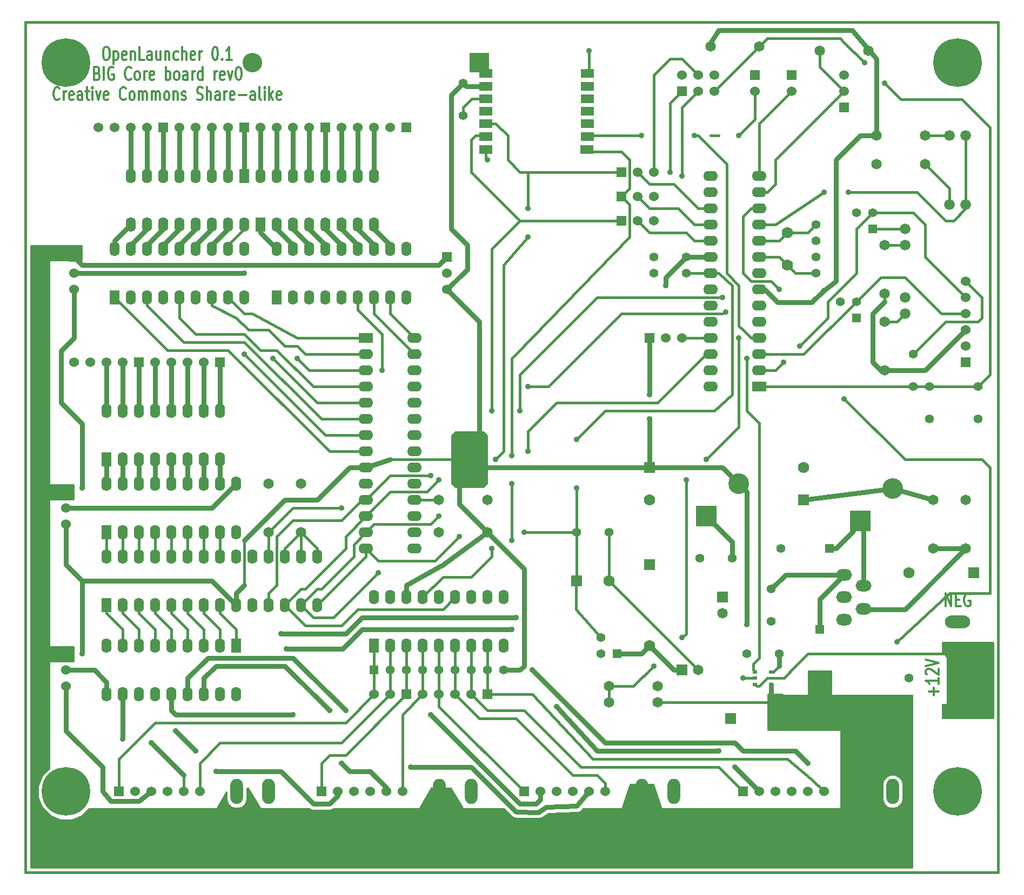
<source format=gtl>
G04 (created by PCBNEW-RS274X (2011-05-25)-stable) date Tue 12 Jun 2012 12:29:23 AM MDT*
G01*
G70*
G90*
%MOIN*%
G04 Gerber Fmt 3.4, Leading zero omitted, Abs format*
%FSLAX34Y34*%
G04 APERTURE LIST*
%ADD10C,0.006000*%
%ADD11C,0.015000*%
%ADD12C,0.012000*%
%ADD13R,0.060000X0.060000*%
%ADD14C,0.060000*%
%ADD15C,0.066000*%
%ADD16O,0.090000X0.062000*%
%ADD17R,0.090000X0.062000*%
%ADD18O,0.062000X0.090000*%
%ADD19R,0.062000X0.090000*%
%ADD20C,0.070000*%
%ADD21R,0.070000X0.070000*%
%ADD22R,0.055000X0.055000*%
%ADD23C,0.055000*%
%ADD24R,0.078700X0.055100*%
%ADD25O,0.156000X0.078000*%
%ADD26R,0.065000X0.065000*%
%ADD27C,0.065000*%
%ADD28R,0.030000X0.020000*%
%ADD29R,0.120000X0.120000*%
%ADD30C,0.120000*%
%ADD31O,0.078000X0.156000*%
%ADD32O,0.098400X0.070900*%
%ADD33C,0.300000*%
%ADD34R,0.127600X0.127600*%
%ADD35C,0.127600*%
%ADD36C,0.035000*%
%ADD37C,0.015800*%
%ADD38C,0.030000*%
%ADD39C,0.010000*%
G04 APERTURE END LIST*
G54D10*
G54D11*
X28250Y-64750D02*
X28250Y-62500D01*
X88250Y-64750D02*
X88250Y-62500D01*
G54D12*
X85007Y-48324D02*
X85007Y-47524D01*
X85350Y-48324D01*
X85350Y-47524D01*
X85636Y-47905D02*
X85836Y-47905D01*
X85922Y-48324D02*
X85636Y-48324D01*
X85636Y-47524D01*
X85922Y-47524D01*
X86493Y-47562D02*
X86436Y-47524D01*
X86350Y-47524D01*
X86265Y-47562D01*
X86207Y-47638D01*
X86179Y-47714D01*
X86150Y-47867D01*
X86150Y-47981D01*
X86179Y-48133D01*
X86207Y-48210D01*
X86265Y-48286D01*
X86350Y-48324D01*
X86407Y-48324D01*
X86493Y-48286D01*
X86522Y-48248D01*
X86522Y-47981D01*
X86407Y-47981D01*
X84269Y-53806D02*
X84269Y-53349D01*
X84574Y-53578D02*
X83964Y-53578D01*
X84574Y-52749D02*
X84574Y-53092D01*
X84574Y-52920D02*
X83774Y-52920D01*
X83888Y-52977D01*
X83964Y-53035D01*
X84002Y-53092D01*
X83850Y-52521D02*
X83812Y-52492D01*
X83774Y-52435D01*
X83774Y-52292D01*
X83812Y-52235D01*
X83850Y-52206D01*
X83926Y-52178D01*
X84002Y-52178D01*
X84117Y-52206D01*
X84574Y-52549D01*
X84574Y-52178D01*
X83774Y-52007D02*
X84574Y-51807D01*
X83774Y-51607D01*
G54D11*
X88250Y-61250D02*
X88250Y-62500D01*
X28250Y-62500D02*
X28250Y-60750D01*
G54D12*
X33172Y-13774D02*
X33286Y-13774D01*
X33344Y-13812D01*
X33401Y-13888D01*
X33429Y-14040D01*
X33429Y-14307D01*
X33401Y-14460D01*
X33344Y-14536D01*
X33286Y-14574D01*
X33172Y-14574D01*
X33115Y-14536D01*
X33058Y-14460D01*
X33029Y-14307D01*
X33029Y-14040D01*
X33058Y-13888D01*
X33115Y-13812D01*
X33172Y-13774D01*
X33687Y-14040D02*
X33687Y-14840D01*
X33687Y-14079D02*
X33744Y-14040D01*
X33858Y-14040D01*
X33915Y-14079D01*
X33944Y-14117D01*
X33973Y-14193D01*
X33973Y-14421D01*
X33944Y-14498D01*
X33915Y-14536D01*
X33858Y-14574D01*
X33744Y-14574D01*
X33687Y-14536D01*
X34458Y-14536D02*
X34401Y-14574D01*
X34287Y-14574D01*
X34230Y-14536D01*
X34201Y-14460D01*
X34201Y-14155D01*
X34230Y-14079D01*
X34287Y-14040D01*
X34401Y-14040D01*
X34458Y-14079D01*
X34487Y-14155D01*
X34487Y-14231D01*
X34201Y-14307D01*
X34744Y-14040D02*
X34744Y-14574D01*
X34744Y-14117D02*
X34772Y-14079D01*
X34830Y-14040D01*
X34915Y-14040D01*
X34972Y-14079D01*
X35001Y-14155D01*
X35001Y-14574D01*
X35573Y-14574D02*
X35287Y-14574D01*
X35287Y-13774D01*
X36030Y-14574D02*
X36030Y-14155D01*
X36001Y-14079D01*
X35944Y-14040D01*
X35830Y-14040D01*
X35773Y-14079D01*
X36030Y-14536D02*
X35973Y-14574D01*
X35830Y-14574D01*
X35773Y-14536D01*
X35744Y-14460D01*
X35744Y-14383D01*
X35773Y-14307D01*
X35830Y-14269D01*
X35973Y-14269D01*
X36030Y-14231D01*
X36573Y-14040D02*
X36573Y-14574D01*
X36316Y-14040D02*
X36316Y-14460D01*
X36344Y-14536D01*
X36402Y-14574D01*
X36487Y-14574D01*
X36544Y-14536D01*
X36573Y-14498D01*
X36859Y-14040D02*
X36859Y-14574D01*
X36859Y-14117D02*
X36887Y-14079D01*
X36945Y-14040D01*
X37030Y-14040D01*
X37087Y-14079D01*
X37116Y-14155D01*
X37116Y-14574D01*
X37659Y-14536D02*
X37602Y-14574D01*
X37488Y-14574D01*
X37430Y-14536D01*
X37402Y-14498D01*
X37373Y-14421D01*
X37373Y-14193D01*
X37402Y-14117D01*
X37430Y-14079D01*
X37488Y-14040D01*
X37602Y-14040D01*
X37659Y-14079D01*
X37916Y-14574D02*
X37916Y-13774D01*
X38173Y-14574D02*
X38173Y-14155D01*
X38144Y-14079D01*
X38087Y-14040D01*
X38002Y-14040D01*
X37944Y-14079D01*
X37916Y-14117D01*
X38687Y-14536D02*
X38630Y-14574D01*
X38516Y-14574D01*
X38459Y-14536D01*
X38430Y-14460D01*
X38430Y-14155D01*
X38459Y-14079D01*
X38516Y-14040D01*
X38630Y-14040D01*
X38687Y-14079D01*
X38716Y-14155D01*
X38716Y-14231D01*
X38430Y-14307D01*
X38973Y-14574D02*
X38973Y-14040D01*
X38973Y-14193D02*
X39001Y-14117D01*
X39030Y-14079D01*
X39087Y-14040D01*
X39144Y-14040D01*
X39915Y-13774D02*
X39972Y-13774D01*
X40029Y-13812D01*
X40058Y-13850D01*
X40087Y-13926D01*
X40115Y-14079D01*
X40115Y-14269D01*
X40087Y-14421D01*
X40058Y-14498D01*
X40029Y-14536D01*
X39972Y-14574D01*
X39915Y-14574D01*
X39858Y-14536D01*
X39829Y-14498D01*
X39801Y-14421D01*
X39772Y-14269D01*
X39772Y-14079D01*
X39801Y-13926D01*
X39829Y-13850D01*
X39858Y-13812D01*
X39915Y-13774D01*
X40372Y-14498D02*
X40400Y-14536D01*
X40372Y-14574D01*
X40343Y-14536D01*
X40372Y-14498D01*
X40372Y-14574D01*
X40972Y-14574D02*
X40629Y-14574D01*
X40801Y-14574D02*
X40801Y-13774D01*
X40744Y-13888D01*
X40686Y-13964D01*
X40629Y-14002D01*
X32673Y-15395D02*
X32759Y-15433D01*
X32787Y-15471D01*
X32816Y-15547D01*
X32816Y-15661D01*
X32787Y-15738D01*
X32759Y-15776D01*
X32701Y-15814D01*
X32473Y-15814D01*
X32473Y-15014D01*
X32673Y-15014D01*
X32730Y-15052D01*
X32759Y-15090D01*
X32787Y-15166D01*
X32787Y-15242D01*
X32759Y-15319D01*
X32730Y-15357D01*
X32673Y-15395D01*
X32473Y-15395D01*
X33073Y-15814D02*
X33073Y-15014D01*
X33673Y-15052D02*
X33616Y-15014D01*
X33530Y-15014D01*
X33445Y-15052D01*
X33387Y-15128D01*
X33359Y-15204D01*
X33330Y-15357D01*
X33330Y-15471D01*
X33359Y-15623D01*
X33387Y-15700D01*
X33445Y-15776D01*
X33530Y-15814D01*
X33587Y-15814D01*
X33673Y-15776D01*
X33702Y-15738D01*
X33702Y-15471D01*
X33587Y-15471D01*
X34759Y-15738D02*
X34730Y-15776D01*
X34644Y-15814D01*
X34587Y-15814D01*
X34502Y-15776D01*
X34444Y-15700D01*
X34416Y-15623D01*
X34387Y-15471D01*
X34387Y-15357D01*
X34416Y-15204D01*
X34444Y-15128D01*
X34502Y-15052D01*
X34587Y-15014D01*
X34644Y-15014D01*
X34730Y-15052D01*
X34759Y-15090D01*
X35102Y-15814D02*
X35044Y-15776D01*
X35016Y-15738D01*
X34987Y-15661D01*
X34987Y-15433D01*
X35016Y-15357D01*
X35044Y-15319D01*
X35102Y-15280D01*
X35187Y-15280D01*
X35244Y-15319D01*
X35273Y-15357D01*
X35302Y-15433D01*
X35302Y-15661D01*
X35273Y-15738D01*
X35244Y-15776D01*
X35187Y-15814D01*
X35102Y-15814D01*
X35559Y-15814D02*
X35559Y-15280D01*
X35559Y-15433D02*
X35587Y-15357D01*
X35616Y-15319D01*
X35673Y-15280D01*
X35730Y-15280D01*
X36158Y-15776D02*
X36101Y-15814D01*
X35987Y-15814D01*
X35930Y-15776D01*
X35901Y-15700D01*
X35901Y-15395D01*
X35930Y-15319D01*
X35987Y-15280D01*
X36101Y-15280D01*
X36158Y-15319D01*
X36187Y-15395D01*
X36187Y-15471D01*
X35901Y-15547D01*
X36901Y-15814D02*
X36901Y-15014D01*
X36901Y-15319D02*
X36958Y-15280D01*
X37072Y-15280D01*
X37129Y-15319D01*
X37158Y-15357D01*
X37187Y-15433D01*
X37187Y-15661D01*
X37158Y-15738D01*
X37129Y-15776D01*
X37072Y-15814D01*
X36958Y-15814D01*
X36901Y-15776D01*
X37530Y-15814D02*
X37472Y-15776D01*
X37444Y-15738D01*
X37415Y-15661D01*
X37415Y-15433D01*
X37444Y-15357D01*
X37472Y-15319D01*
X37530Y-15280D01*
X37615Y-15280D01*
X37672Y-15319D01*
X37701Y-15357D01*
X37730Y-15433D01*
X37730Y-15661D01*
X37701Y-15738D01*
X37672Y-15776D01*
X37615Y-15814D01*
X37530Y-15814D01*
X38244Y-15814D02*
X38244Y-15395D01*
X38215Y-15319D01*
X38158Y-15280D01*
X38044Y-15280D01*
X37987Y-15319D01*
X38244Y-15776D02*
X38187Y-15814D01*
X38044Y-15814D01*
X37987Y-15776D01*
X37958Y-15700D01*
X37958Y-15623D01*
X37987Y-15547D01*
X38044Y-15509D01*
X38187Y-15509D01*
X38244Y-15471D01*
X38530Y-15814D02*
X38530Y-15280D01*
X38530Y-15433D02*
X38558Y-15357D01*
X38587Y-15319D01*
X38644Y-15280D01*
X38701Y-15280D01*
X39158Y-15814D02*
X39158Y-15014D01*
X39158Y-15776D02*
X39101Y-15814D01*
X38987Y-15814D01*
X38929Y-15776D01*
X38901Y-15738D01*
X38872Y-15661D01*
X38872Y-15433D01*
X38901Y-15357D01*
X38929Y-15319D01*
X38987Y-15280D01*
X39101Y-15280D01*
X39158Y-15319D01*
X39901Y-15814D02*
X39901Y-15280D01*
X39901Y-15433D02*
X39929Y-15357D01*
X39958Y-15319D01*
X40015Y-15280D01*
X40072Y-15280D01*
X40500Y-15776D02*
X40443Y-15814D01*
X40329Y-15814D01*
X40272Y-15776D01*
X40243Y-15700D01*
X40243Y-15395D01*
X40272Y-15319D01*
X40329Y-15280D01*
X40443Y-15280D01*
X40500Y-15319D01*
X40529Y-15395D01*
X40529Y-15471D01*
X40243Y-15547D01*
X40729Y-15280D02*
X40872Y-15814D01*
X41014Y-15280D01*
X41357Y-15014D02*
X41414Y-15014D01*
X41471Y-15052D01*
X41500Y-15090D01*
X41529Y-15166D01*
X41557Y-15319D01*
X41557Y-15509D01*
X41529Y-15661D01*
X41500Y-15738D01*
X41471Y-15776D01*
X41414Y-15814D01*
X41357Y-15814D01*
X41300Y-15776D01*
X41271Y-15738D01*
X41243Y-15661D01*
X41214Y-15509D01*
X41214Y-15319D01*
X41243Y-15166D01*
X41271Y-15090D01*
X41300Y-15052D01*
X41357Y-15014D01*
X30344Y-16978D02*
X30315Y-17016D01*
X30229Y-17054D01*
X30172Y-17054D01*
X30087Y-17016D01*
X30029Y-16940D01*
X30001Y-16863D01*
X29972Y-16711D01*
X29972Y-16597D01*
X30001Y-16444D01*
X30029Y-16368D01*
X30087Y-16292D01*
X30172Y-16254D01*
X30229Y-16254D01*
X30315Y-16292D01*
X30344Y-16330D01*
X30601Y-17054D02*
X30601Y-16520D01*
X30601Y-16673D02*
X30629Y-16597D01*
X30658Y-16559D01*
X30715Y-16520D01*
X30772Y-16520D01*
X31200Y-17016D02*
X31143Y-17054D01*
X31029Y-17054D01*
X30972Y-17016D01*
X30943Y-16940D01*
X30943Y-16635D01*
X30972Y-16559D01*
X31029Y-16520D01*
X31143Y-16520D01*
X31200Y-16559D01*
X31229Y-16635D01*
X31229Y-16711D01*
X30943Y-16787D01*
X31743Y-17054D02*
X31743Y-16635D01*
X31714Y-16559D01*
X31657Y-16520D01*
X31543Y-16520D01*
X31486Y-16559D01*
X31743Y-17016D02*
X31686Y-17054D01*
X31543Y-17054D01*
X31486Y-17016D01*
X31457Y-16940D01*
X31457Y-16863D01*
X31486Y-16787D01*
X31543Y-16749D01*
X31686Y-16749D01*
X31743Y-16711D01*
X31943Y-16520D02*
X32172Y-16520D01*
X32029Y-16254D02*
X32029Y-16940D01*
X32057Y-17016D01*
X32115Y-17054D01*
X32172Y-17054D01*
X32372Y-17054D02*
X32372Y-16520D01*
X32372Y-16254D02*
X32343Y-16292D01*
X32372Y-16330D01*
X32400Y-16292D01*
X32372Y-16254D01*
X32372Y-16330D01*
X32601Y-16520D02*
X32744Y-17054D01*
X32886Y-16520D01*
X33343Y-17016D02*
X33286Y-17054D01*
X33172Y-17054D01*
X33115Y-17016D01*
X33086Y-16940D01*
X33086Y-16635D01*
X33115Y-16559D01*
X33172Y-16520D01*
X33286Y-16520D01*
X33343Y-16559D01*
X33372Y-16635D01*
X33372Y-16711D01*
X33086Y-16787D01*
X34429Y-16978D02*
X34400Y-17016D01*
X34314Y-17054D01*
X34257Y-17054D01*
X34172Y-17016D01*
X34114Y-16940D01*
X34086Y-16863D01*
X34057Y-16711D01*
X34057Y-16597D01*
X34086Y-16444D01*
X34114Y-16368D01*
X34172Y-16292D01*
X34257Y-16254D01*
X34314Y-16254D01*
X34400Y-16292D01*
X34429Y-16330D01*
X34772Y-17054D02*
X34714Y-17016D01*
X34686Y-16978D01*
X34657Y-16901D01*
X34657Y-16673D01*
X34686Y-16597D01*
X34714Y-16559D01*
X34772Y-16520D01*
X34857Y-16520D01*
X34914Y-16559D01*
X34943Y-16597D01*
X34972Y-16673D01*
X34972Y-16901D01*
X34943Y-16978D01*
X34914Y-17016D01*
X34857Y-17054D01*
X34772Y-17054D01*
X35229Y-17054D02*
X35229Y-16520D01*
X35229Y-16597D02*
X35257Y-16559D01*
X35315Y-16520D01*
X35400Y-16520D01*
X35457Y-16559D01*
X35486Y-16635D01*
X35486Y-17054D01*
X35486Y-16635D02*
X35515Y-16559D01*
X35572Y-16520D01*
X35657Y-16520D01*
X35715Y-16559D01*
X35743Y-16635D01*
X35743Y-17054D01*
X36029Y-17054D02*
X36029Y-16520D01*
X36029Y-16597D02*
X36057Y-16559D01*
X36115Y-16520D01*
X36200Y-16520D01*
X36257Y-16559D01*
X36286Y-16635D01*
X36286Y-17054D01*
X36286Y-16635D02*
X36315Y-16559D01*
X36372Y-16520D01*
X36457Y-16520D01*
X36515Y-16559D01*
X36543Y-16635D01*
X36543Y-17054D01*
X36915Y-17054D02*
X36857Y-17016D01*
X36829Y-16978D01*
X36800Y-16901D01*
X36800Y-16673D01*
X36829Y-16597D01*
X36857Y-16559D01*
X36915Y-16520D01*
X37000Y-16520D01*
X37057Y-16559D01*
X37086Y-16597D01*
X37115Y-16673D01*
X37115Y-16901D01*
X37086Y-16978D01*
X37057Y-17016D01*
X37000Y-17054D01*
X36915Y-17054D01*
X37372Y-16520D02*
X37372Y-17054D01*
X37372Y-16597D02*
X37400Y-16559D01*
X37458Y-16520D01*
X37543Y-16520D01*
X37600Y-16559D01*
X37629Y-16635D01*
X37629Y-17054D01*
X37886Y-17016D02*
X37943Y-17054D01*
X38058Y-17054D01*
X38115Y-17016D01*
X38143Y-16940D01*
X38143Y-16901D01*
X38115Y-16825D01*
X38058Y-16787D01*
X37972Y-16787D01*
X37915Y-16749D01*
X37886Y-16673D01*
X37886Y-16635D01*
X37915Y-16559D01*
X37972Y-16520D01*
X38058Y-16520D01*
X38115Y-16559D01*
X38829Y-17016D02*
X38915Y-17054D01*
X39058Y-17054D01*
X39115Y-17016D01*
X39144Y-16978D01*
X39172Y-16901D01*
X39172Y-16825D01*
X39144Y-16749D01*
X39115Y-16711D01*
X39058Y-16673D01*
X38944Y-16635D01*
X38886Y-16597D01*
X38858Y-16559D01*
X38829Y-16482D01*
X38829Y-16406D01*
X38858Y-16330D01*
X38886Y-16292D01*
X38944Y-16254D01*
X39086Y-16254D01*
X39172Y-16292D01*
X39429Y-17054D02*
X39429Y-16254D01*
X39686Y-17054D02*
X39686Y-16635D01*
X39657Y-16559D01*
X39600Y-16520D01*
X39515Y-16520D01*
X39457Y-16559D01*
X39429Y-16597D01*
X40229Y-17054D02*
X40229Y-16635D01*
X40200Y-16559D01*
X40143Y-16520D01*
X40029Y-16520D01*
X39972Y-16559D01*
X40229Y-17016D02*
X40172Y-17054D01*
X40029Y-17054D01*
X39972Y-17016D01*
X39943Y-16940D01*
X39943Y-16863D01*
X39972Y-16787D01*
X40029Y-16749D01*
X40172Y-16749D01*
X40229Y-16711D01*
X40515Y-17054D02*
X40515Y-16520D01*
X40515Y-16673D02*
X40543Y-16597D01*
X40572Y-16559D01*
X40629Y-16520D01*
X40686Y-16520D01*
X41114Y-17016D02*
X41057Y-17054D01*
X40943Y-17054D01*
X40886Y-17016D01*
X40857Y-16940D01*
X40857Y-16635D01*
X40886Y-16559D01*
X40943Y-16520D01*
X41057Y-16520D01*
X41114Y-16559D01*
X41143Y-16635D01*
X41143Y-16711D01*
X40857Y-16787D01*
X41400Y-16749D02*
X41857Y-16749D01*
X42400Y-17054D02*
X42400Y-16635D01*
X42371Y-16559D01*
X42314Y-16520D01*
X42200Y-16520D01*
X42143Y-16559D01*
X42400Y-17016D02*
X42343Y-17054D01*
X42200Y-17054D01*
X42143Y-17016D01*
X42114Y-16940D01*
X42114Y-16863D01*
X42143Y-16787D01*
X42200Y-16749D01*
X42343Y-16749D01*
X42400Y-16711D01*
X42772Y-17054D02*
X42714Y-17016D01*
X42686Y-16940D01*
X42686Y-16254D01*
X43000Y-17054D02*
X43000Y-16520D01*
X43000Y-16254D02*
X42971Y-16292D01*
X43000Y-16330D01*
X43028Y-16292D01*
X43000Y-16254D01*
X43000Y-16330D01*
X43286Y-17054D02*
X43286Y-16254D01*
X43343Y-16749D02*
X43514Y-17054D01*
X43514Y-16520D02*
X43286Y-16825D01*
X44000Y-17016D02*
X43943Y-17054D01*
X43829Y-17054D01*
X43772Y-17016D01*
X43743Y-16940D01*
X43743Y-16635D01*
X43772Y-16559D01*
X43829Y-16520D01*
X43943Y-16520D01*
X44000Y-16559D01*
X44029Y-16635D01*
X44029Y-16711D01*
X43743Y-16787D01*
G54D11*
X28250Y-12250D02*
X28250Y-62250D01*
X88250Y-12250D02*
X28250Y-12250D01*
X88250Y-62250D02*
X88250Y-12250D01*
X28250Y-64750D02*
X88250Y-64750D01*
G54D13*
X65000Y-23000D03*
G54D14*
X66000Y-23000D03*
X67000Y-23000D03*
G54D13*
X65000Y-24500D03*
G54D14*
X66000Y-24500D03*
X67000Y-24500D03*
G54D13*
X65000Y-21500D03*
G54D14*
X66000Y-21500D03*
X67000Y-21500D03*
G54D13*
X34000Y-59750D03*
G54D14*
X35000Y-59750D03*
X36000Y-59750D03*
X37000Y-59750D03*
X38000Y-59750D03*
X39000Y-59750D03*
G54D13*
X46500Y-59750D03*
G54D14*
X47500Y-59750D03*
X48500Y-59750D03*
X49500Y-59750D03*
X50500Y-59750D03*
X51500Y-59750D03*
G54D15*
X85250Y-19250D03*
X86250Y-19250D03*
X86250Y-23500D03*
X85250Y-23500D03*
G54D16*
X49250Y-32750D03*
X49250Y-33750D03*
X49250Y-34750D03*
X49250Y-35750D03*
X49250Y-36750D03*
X49250Y-37750D03*
X49250Y-38750D03*
X49250Y-39750D03*
X49250Y-40750D03*
X49250Y-41750D03*
X49250Y-42750D03*
X49250Y-43750D03*
X49250Y-44750D03*
G54D17*
X49250Y-31750D03*
G54D16*
X52250Y-44750D03*
X52250Y-43750D03*
X52250Y-42750D03*
X52250Y-41750D03*
X52250Y-40750D03*
X52250Y-39750D03*
X52250Y-38750D03*
X52250Y-37750D03*
X52250Y-36750D03*
X52250Y-35750D03*
X52250Y-34750D03*
X52250Y-33750D03*
X52250Y-32750D03*
X52250Y-31750D03*
G54D18*
X34250Y-48250D03*
X35250Y-48250D03*
X36250Y-48250D03*
X37250Y-48250D03*
X38250Y-48250D03*
X39250Y-48250D03*
X40250Y-48250D03*
X41250Y-48250D03*
X42250Y-48250D03*
X43250Y-48250D03*
X44250Y-48250D03*
X45250Y-48250D03*
X46250Y-48250D03*
G54D19*
X33250Y-48250D03*
G54D18*
X46250Y-45250D03*
X45250Y-45250D03*
X44250Y-45250D03*
X43250Y-45250D03*
X42250Y-45250D03*
X41250Y-45250D03*
X40250Y-45250D03*
X39250Y-45250D03*
X38250Y-45250D03*
X37250Y-45250D03*
X36250Y-45250D03*
X35250Y-45250D03*
X34250Y-45250D03*
X33250Y-45250D03*
G54D19*
X49750Y-50750D03*
G54D18*
X50750Y-50750D03*
X51750Y-50750D03*
X52750Y-50750D03*
X53750Y-50750D03*
X54750Y-50750D03*
X55750Y-50750D03*
X56750Y-50750D03*
X57750Y-50750D03*
X57750Y-47750D03*
X56750Y-47750D03*
X55750Y-47750D03*
X54750Y-47750D03*
X53750Y-47750D03*
X52750Y-47750D03*
X51750Y-47750D03*
X50750Y-47750D03*
X49750Y-47750D03*
G54D20*
X82750Y-46250D03*
G54D21*
X86750Y-46250D03*
G54D22*
X85750Y-52750D03*
G54D23*
X82750Y-52750D03*
X69000Y-26750D03*
X67000Y-26750D03*
X74750Y-51250D03*
X72750Y-51250D03*
X55250Y-18000D03*
X55250Y-16000D03*
X77000Y-26750D03*
X77000Y-27750D03*
X69850Y-45350D03*
X71850Y-45350D03*
X77000Y-25750D03*
X77000Y-24750D03*
G54D13*
X59000Y-59750D03*
G54D14*
X60000Y-59750D03*
X61000Y-59750D03*
X62000Y-59750D03*
X63000Y-59750D03*
X64000Y-59750D03*
G54D21*
X66750Y-39750D03*
G54D20*
X66750Y-41750D03*
G54D23*
X83000Y-34750D03*
X83000Y-32750D03*
G54D20*
X66750Y-50750D03*
G54D21*
X66750Y-45750D03*
G54D20*
X75750Y-55250D03*
G54D21*
X71750Y-55250D03*
G54D22*
X77250Y-49750D03*
G54D23*
X77250Y-52750D03*
G54D22*
X77850Y-44750D03*
G54D23*
X74850Y-44750D03*
G54D13*
X72500Y-59750D03*
G54D14*
X73500Y-59750D03*
X74500Y-59750D03*
X75500Y-59750D03*
X76500Y-59750D03*
X77500Y-59750D03*
G54D24*
X62880Y-20093D03*
X62891Y-19305D03*
X62891Y-18518D03*
X62891Y-17750D03*
X62891Y-16982D03*
X62891Y-16195D03*
X62891Y-15407D03*
X56631Y-15407D03*
X56631Y-16195D03*
X56631Y-16982D03*
X56631Y-17750D03*
X56631Y-18518D03*
X56631Y-19305D03*
X56631Y-20093D03*
G54D16*
X73500Y-33750D03*
X73500Y-32750D03*
X73500Y-31750D03*
X73500Y-30750D03*
X73500Y-29750D03*
X73500Y-28750D03*
X73500Y-27750D03*
X73500Y-26750D03*
X73500Y-25750D03*
X73500Y-24750D03*
X73500Y-23750D03*
X73500Y-22750D03*
X73500Y-21750D03*
G54D17*
X73500Y-34750D03*
G54D16*
X70500Y-21750D03*
X70500Y-22750D03*
X70500Y-23750D03*
X70500Y-24750D03*
X70500Y-25750D03*
X70500Y-26750D03*
X70500Y-27750D03*
X70500Y-28750D03*
X70500Y-29750D03*
X70500Y-30750D03*
X70500Y-31750D03*
X70500Y-32750D03*
X70500Y-33750D03*
X70500Y-34750D03*
G54D13*
X68750Y-16500D03*
G54D14*
X68750Y-15500D03*
X69750Y-16500D03*
X69750Y-15500D03*
X70750Y-16500D03*
X70750Y-15500D03*
G54D23*
X87000Y-34750D03*
X87000Y-36750D03*
X84000Y-34750D03*
X84000Y-36750D03*
G54D25*
X85750Y-51240D03*
X85750Y-49270D03*
G54D26*
X68750Y-52250D03*
G54D27*
X69750Y-52250D03*
G54D21*
X62250Y-46750D03*
G54D20*
X64250Y-46750D03*
G54D23*
X64250Y-43750D03*
X62250Y-43750D03*
G54D21*
X76250Y-41750D03*
G54D20*
X76250Y-39750D03*
G54D26*
X71250Y-47750D03*
G54D27*
X71250Y-48750D03*
G54D23*
X74250Y-49250D03*
X74250Y-47250D03*
X67000Y-27750D03*
X69000Y-27750D03*
G54D27*
X67250Y-54250D03*
X64250Y-54250D03*
X64250Y-53250D03*
X67250Y-53250D03*
X86250Y-41750D03*
X86250Y-44750D03*
X84250Y-44750D03*
X84250Y-41750D03*
X45250Y-43750D03*
X45250Y-40750D03*
X70500Y-13750D03*
X73500Y-13750D03*
G54D22*
X64750Y-51250D03*
G54D23*
X63750Y-51250D03*
X63750Y-50250D03*
G54D28*
X73250Y-52375D03*
X73250Y-53125D03*
X74250Y-52375D03*
X73250Y-52750D03*
X74250Y-53125D03*
G54D20*
X75250Y-25250D03*
X75250Y-27250D03*
G54D19*
X43750Y-29250D03*
G54D18*
X44750Y-29250D03*
X45750Y-29250D03*
X46750Y-29250D03*
X47750Y-29250D03*
X48750Y-29250D03*
X49750Y-29250D03*
X50750Y-29250D03*
X51750Y-29250D03*
X51750Y-26250D03*
X50750Y-26250D03*
X49750Y-26250D03*
X48750Y-26250D03*
X47750Y-26250D03*
X46750Y-26250D03*
X45750Y-26250D03*
X44750Y-26250D03*
X43750Y-26250D03*
G54D19*
X33750Y-29250D03*
G54D18*
X34750Y-29250D03*
X35750Y-29250D03*
X36750Y-29250D03*
X37750Y-29250D03*
X38750Y-29250D03*
X39750Y-29250D03*
X40750Y-29250D03*
X41750Y-29250D03*
X41750Y-26250D03*
X40750Y-26250D03*
X39750Y-26250D03*
X38750Y-26250D03*
X37750Y-26250D03*
X36750Y-26250D03*
X35750Y-26250D03*
X34750Y-26250D03*
X33750Y-26250D03*
G54D19*
X33250Y-43750D03*
G54D18*
X34250Y-43750D03*
X35250Y-43750D03*
X36250Y-43750D03*
X37250Y-43750D03*
X38250Y-43750D03*
X39250Y-43750D03*
X40250Y-43750D03*
X41250Y-43750D03*
X41250Y-40750D03*
X40250Y-40750D03*
X39250Y-40750D03*
X38250Y-40750D03*
X37250Y-40750D03*
X36250Y-40750D03*
X35250Y-40750D03*
X34250Y-40750D03*
X33250Y-40750D03*
G54D19*
X41250Y-50750D03*
G54D18*
X40250Y-50750D03*
X39250Y-50750D03*
X38250Y-50750D03*
X37250Y-50750D03*
X36250Y-50750D03*
X35250Y-50750D03*
X34250Y-50750D03*
X33250Y-50750D03*
X33250Y-53750D03*
X34250Y-53750D03*
X35250Y-53750D03*
X36250Y-53750D03*
X37250Y-53750D03*
X38250Y-53750D03*
X39250Y-53750D03*
X40250Y-53750D03*
X41250Y-53750D03*
G54D27*
X83750Y-21000D03*
X80750Y-21000D03*
X83750Y-19250D03*
X80750Y-19250D03*
G54D29*
X56250Y-14750D03*
G54D30*
X42250Y-14750D03*
G54D27*
X53750Y-43750D03*
X56750Y-43750D03*
G54D31*
X41270Y-59750D03*
X43240Y-59750D03*
X79760Y-59750D03*
X81730Y-59750D03*
X53760Y-59750D03*
X55730Y-59750D03*
X66260Y-59750D03*
X68230Y-59750D03*
G54D19*
X41750Y-21750D03*
G54D18*
X40750Y-21750D03*
X39750Y-21750D03*
X38750Y-21750D03*
X37750Y-21750D03*
X36750Y-21750D03*
X35750Y-21750D03*
X34750Y-21750D03*
X34750Y-24750D03*
X35750Y-24750D03*
X36750Y-24750D03*
X37750Y-24750D03*
X38750Y-24750D03*
X39750Y-24750D03*
X40750Y-24750D03*
X41750Y-24750D03*
G54D19*
X42750Y-24750D03*
G54D18*
X43750Y-24750D03*
X44750Y-24750D03*
X45750Y-24750D03*
X46750Y-24750D03*
X47750Y-24750D03*
X48750Y-24750D03*
X49750Y-24750D03*
X49750Y-21750D03*
X48750Y-21750D03*
X47750Y-21750D03*
X46750Y-21750D03*
X45750Y-21750D03*
X44750Y-21750D03*
X43750Y-21750D03*
X42750Y-21750D03*
G54D13*
X86250Y-33250D03*
G54D14*
X86250Y-32250D03*
X86250Y-31250D03*
X86250Y-30250D03*
X86250Y-29250D03*
X86250Y-28250D03*
G54D32*
X78754Y-47750D03*
X78754Y-46372D03*
X78754Y-49128D03*
X79935Y-48459D03*
X79935Y-47041D03*
G54D33*
X30750Y-14750D03*
X85750Y-14750D03*
X30750Y-59750D03*
X85750Y-59750D03*
G54D22*
X49750Y-52250D03*
G54D23*
X50750Y-52250D03*
X51750Y-52250D03*
X52750Y-52250D03*
X53750Y-52250D03*
X54750Y-52250D03*
X55750Y-52250D03*
X56750Y-52250D03*
X57750Y-52250D03*
G54D27*
X81250Y-29000D03*
X81250Y-26000D03*
X81250Y-30750D03*
X81250Y-33750D03*
X53750Y-41750D03*
X56750Y-41750D03*
X43250Y-43750D03*
X43250Y-40750D03*
G54D13*
X51750Y-53750D03*
G54D14*
X50750Y-53750D03*
X49750Y-53750D03*
G54D13*
X54250Y-26750D03*
G54D14*
X54250Y-27750D03*
X54250Y-28750D03*
G54D13*
X31250Y-26750D03*
G54D14*
X31250Y-27750D03*
X31250Y-28750D03*
G54D13*
X30750Y-41250D03*
G54D14*
X30750Y-42250D03*
X30750Y-43250D03*
G54D13*
X30750Y-51250D03*
G54D14*
X30750Y-52250D03*
X30750Y-53250D03*
G54D15*
X82500Y-30250D03*
X82500Y-29250D03*
X82500Y-26000D03*
X82500Y-25000D03*
G54D19*
X33250Y-39250D03*
G54D18*
X34250Y-39250D03*
X35250Y-39250D03*
X36250Y-39250D03*
X37250Y-39250D03*
X38250Y-39250D03*
X39250Y-39250D03*
X40250Y-39250D03*
X40250Y-36250D03*
X39250Y-36250D03*
X38250Y-36250D03*
X37250Y-36250D03*
X36250Y-36250D03*
X35250Y-36250D03*
X34250Y-36250D03*
X33250Y-36250D03*
G54D13*
X41750Y-18750D03*
G54D14*
X40750Y-18750D03*
X39750Y-18750D03*
X38750Y-18750D03*
X37750Y-18750D03*
G54D13*
X51750Y-18750D03*
G54D14*
X50750Y-18750D03*
X49750Y-18750D03*
X48750Y-18750D03*
X47750Y-18750D03*
G54D13*
X56750Y-53750D03*
G54D14*
X55750Y-53750D03*
X54750Y-53750D03*
X53750Y-53750D03*
X52750Y-53750D03*
G54D13*
X40250Y-33250D03*
G54D14*
X39250Y-33250D03*
X38250Y-33250D03*
X37250Y-33250D03*
X36250Y-33250D03*
G54D22*
X79500Y-30500D03*
G54D23*
X79500Y-29500D03*
X78500Y-29500D03*
G54D22*
X80500Y-25000D03*
G54D23*
X80500Y-24000D03*
X79500Y-24000D03*
G54D13*
X75500Y-15500D03*
G54D14*
X75500Y-16500D03*
G54D13*
X73250Y-15500D03*
G54D14*
X73250Y-16500D03*
G54D13*
X36750Y-18750D03*
G54D14*
X35750Y-18750D03*
X34750Y-18750D03*
X33750Y-18750D03*
X32750Y-18750D03*
G54D13*
X46750Y-18750D03*
G54D14*
X45750Y-18750D03*
X44750Y-18750D03*
X43750Y-18750D03*
X42750Y-18750D03*
G54D13*
X35250Y-33250D03*
G54D14*
X34250Y-33250D03*
X33250Y-33250D03*
X32250Y-33250D03*
X31250Y-33250D03*
G54D27*
X77250Y-14000D03*
X80250Y-14000D03*
G54D13*
X66750Y-31750D03*
G54D14*
X67750Y-31750D03*
X68750Y-31750D03*
G54D13*
X78750Y-17500D03*
G54D14*
X78750Y-16500D03*
X78750Y-15500D03*
G54D20*
X78550Y-54350D03*
X85550Y-54350D03*
G54D34*
X70250Y-42750D03*
G54D35*
X72250Y-40750D03*
G54D34*
X79750Y-43050D03*
G54D35*
X81750Y-41050D03*
G54D36*
X58250Y-39000D03*
X55000Y-44000D03*
X58250Y-44250D03*
X58250Y-40750D03*
X59250Y-38750D03*
X71250Y-29250D03*
X58750Y-36250D03*
X52250Y-41750D03*
X47750Y-42250D03*
X57000Y-36250D03*
X53750Y-40500D03*
X53250Y-40250D03*
X59250Y-34750D03*
X71450Y-30150D03*
X59250Y-23750D03*
X57250Y-39250D03*
X59250Y-25500D03*
X53750Y-42750D03*
X50000Y-46250D03*
X72750Y-33000D03*
X82000Y-50500D03*
X78750Y-35500D03*
X74750Y-28750D03*
X62250Y-38000D03*
X62250Y-41000D03*
X57000Y-44750D03*
X59000Y-43750D03*
X72250Y-31750D03*
X70250Y-39250D03*
X69000Y-40500D03*
X68750Y-50250D03*
X67000Y-52000D03*
X63000Y-14000D03*
X72500Y-52750D03*
X68750Y-21750D03*
X76000Y-32250D03*
X75000Y-33250D03*
X66250Y-19250D03*
X69500Y-19250D03*
X72250Y-19250D03*
X68000Y-21500D03*
X56750Y-20750D03*
X77500Y-22750D03*
X79000Y-22750D03*
X81250Y-16000D03*
X80000Y-14750D03*
X41750Y-32750D03*
X41750Y-27750D03*
X43500Y-33000D03*
X50250Y-33750D03*
X45000Y-33000D03*
X77500Y-28800D03*
X31750Y-41000D03*
X72750Y-49450D03*
X66750Y-36750D03*
X66750Y-35250D03*
X67750Y-28500D03*
X31750Y-51250D03*
X34250Y-56500D03*
X36000Y-56750D03*
X40000Y-58500D03*
X38750Y-57250D03*
X37500Y-56000D03*
X44750Y-55000D03*
X47750Y-58000D03*
X53250Y-55000D03*
X48000Y-54750D03*
X52000Y-58250D03*
X47000Y-54750D03*
X72000Y-58250D03*
X71000Y-57250D03*
X61000Y-54500D03*
X58500Y-49000D03*
X44000Y-50000D03*
X44350Y-50950D03*
X58250Y-49750D03*
X59500Y-52250D03*
X76500Y-58000D03*
G54D37*
X71000Y-19250D02*
X70500Y-19250D01*
G54D38*
X74250Y-53125D02*
X74250Y-54250D01*
G54D37*
X76750Y-54250D02*
X77250Y-53750D01*
X67250Y-54250D02*
X74250Y-54250D01*
X74250Y-54250D02*
X74450Y-54250D01*
X74450Y-54250D02*
X76750Y-54250D01*
X77250Y-53750D02*
X77250Y-52750D01*
G54D38*
X31250Y-26750D02*
X31750Y-27250D01*
X53750Y-27250D02*
X54250Y-26750D01*
X31750Y-27250D02*
X53750Y-27250D01*
G54D37*
X58250Y-33000D02*
X58500Y-32750D01*
X50000Y-45500D02*
X53500Y-45500D01*
X53500Y-45500D02*
X55000Y-44000D01*
X49250Y-44750D02*
X50000Y-45500D01*
X65500Y-23500D02*
X65000Y-23000D01*
X58500Y-32750D02*
X65500Y-25500D01*
X65500Y-25500D02*
X65500Y-23500D01*
X58250Y-39000D02*
X58250Y-33000D01*
X49250Y-44750D02*
X49250Y-45250D01*
X49250Y-45250D02*
X46250Y-48250D01*
X65000Y-23000D02*
X65500Y-22500D01*
X65500Y-22500D02*
X65500Y-20750D01*
X65500Y-20750D02*
X65000Y-20250D01*
X65000Y-20250D02*
X63037Y-20250D01*
X63037Y-20250D02*
X62880Y-20093D01*
X60500Y-36250D02*
X61000Y-35750D01*
X58250Y-44250D02*
X58250Y-40750D01*
X59250Y-38750D02*
X59250Y-37500D01*
X59250Y-37500D02*
X60500Y-36250D01*
X70250Y-32750D02*
X70500Y-32750D01*
X67250Y-35750D02*
X70250Y-32750D01*
X61000Y-35750D02*
X67250Y-35750D01*
X63500Y-29250D02*
X71250Y-29250D01*
X58750Y-34000D02*
X63500Y-29250D01*
X58750Y-36250D02*
X58750Y-34000D01*
X53750Y-41750D02*
X52250Y-41750D01*
X47750Y-42250D02*
X44750Y-42250D01*
X44750Y-42250D02*
X43250Y-43750D01*
X43250Y-45250D02*
X43250Y-43750D01*
X50750Y-41250D02*
X53000Y-41250D01*
X53000Y-41250D02*
X53750Y-40500D01*
X49250Y-42750D02*
X50750Y-41250D01*
X57000Y-26250D02*
X58750Y-24500D01*
X57000Y-36250D02*
X57000Y-26250D01*
X44250Y-48250D02*
X45500Y-49500D01*
X54000Y-48500D02*
X54750Y-47750D01*
X48750Y-48500D02*
X54000Y-48500D01*
X48500Y-48750D02*
X48750Y-48500D01*
X47750Y-49500D02*
X48500Y-48750D01*
X47500Y-49500D02*
X47750Y-49500D01*
X45500Y-49500D02*
X47500Y-49500D01*
X49250Y-42750D02*
X48000Y-44000D01*
X45250Y-47250D02*
X44250Y-48250D01*
X45500Y-47250D02*
X45250Y-47250D01*
X48000Y-44750D02*
X45500Y-47250D01*
X48000Y-44000D02*
X48000Y-44750D01*
X56631Y-19305D02*
X56576Y-19250D01*
X56576Y-19250D02*
X56000Y-19250D01*
X56000Y-19250D02*
X55750Y-19500D01*
X55750Y-19500D02*
X55750Y-20500D01*
X55750Y-20500D02*
X55750Y-21500D01*
X55750Y-21500D02*
X58750Y-24500D01*
X58750Y-24500D02*
X65000Y-24500D01*
X49250Y-41750D02*
X49000Y-41750D01*
X43250Y-47500D02*
X43250Y-48250D01*
X43750Y-47000D02*
X43250Y-47500D01*
X43750Y-44000D02*
X43750Y-47000D01*
X44750Y-43000D02*
X43750Y-44000D01*
X47750Y-43000D02*
X44750Y-43000D01*
X49000Y-41750D02*
X47750Y-43000D01*
X50750Y-40250D02*
X53250Y-40250D01*
X50750Y-40250D02*
X49250Y-41750D01*
X60500Y-34750D02*
X63800Y-31450D01*
X59250Y-34750D02*
X60500Y-34750D01*
X65000Y-30250D02*
X63800Y-31450D01*
X71250Y-30250D02*
X65000Y-30250D01*
X71450Y-30150D02*
X71250Y-30250D01*
X59250Y-21500D02*
X59250Y-23750D01*
X57250Y-39250D02*
X57750Y-38750D01*
X57750Y-38750D02*
X57750Y-27250D01*
X57750Y-27250D02*
X59250Y-25500D01*
X49250Y-43750D02*
X49750Y-43250D01*
X53250Y-43250D02*
X53750Y-42750D01*
X49750Y-43250D02*
X53250Y-43250D01*
X45250Y-48250D02*
X46000Y-49000D01*
X49750Y-46500D02*
X50000Y-46250D01*
X47250Y-49000D02*
X49750Y-46500D01*
X47000Y-49000D02*
X47250Y-49000D01*
X46000Y-49000D02*
X47000Y-49000D01*
X49250Y-43750D02*
X48500Y-44500D01*
X46250Y-47250D02*
X45250Y-48250D01*
X46500Y-47250D02*
X46250Y-47250D01*
X48500Y-45250D02*
X46500Y-47250D01*
X48500Y-44500D02*
X48500Y-45250D01*
X65000Y-21500D02*
X59500Y-21500D01*
X59500Y-21500D02*
X59250Y-21500D01*
X59250Y-21500D02*
X58750Y-21500D01*
X58750Y-21500D02*
X58000Y-20750D01*
X58000Y-20750D02*
X58000Y-19250D01*
X58000Y-19250D02*
X57250Y-18500D01*
X57250Y-18500D02*
X56649Y-18500D01*
X56649Y-18500D02*
X56631Y-18518D01*
X73500Y-38500D02*
X73500Y-37000D01*
X72750Y-36250D02*
X72750Y-33000D01*
X73500Y-37000D02*
X72750Y-36250D01*
X73250Y-52375D02*
X73125Y-52250D01*
X73500Y-51500D02*
X73500Y-38500D01*
X73125Y-51875D02*
X73500Y-51500D01*
X73125Y-52125D02*
X73125Y-51875D01*
X73125Y-52250D02*
X73125Y-52125D01*
X73500Y-38500D02*
X73500Y-39750D01*
X73500Y-23750D02*
X73000Y-23750D01*
X82000Y-50500D02*
X85250Y-47500D01*
X85250Y-47500D02*
X87750Y-47500D01*
X87750Y-47500D02*
X87750Y-41250D01*
X87750Y-39750D02*
X87750Y-41250D01*
X87250Y-39250D02*
X87750Y-39750D01*
X82500Y-39250D02*
X87250Y-39250D01*
X78750Y-35500D02*
X82500Y-39250D01*
X74250Y-28250D02*
X74750Y-28750D01*
X73000Y-28250D02*
X74250Y-28250D01*
X72500Y-27750D02*
X73000Y-28250D01*
X72500Y-24250D02*
X72500Y-27750D01*
X73000Y-23750D02*
X72500Y-24250D01*
X62250Y-43750D02*
X62250Y-41000D01*
X71000Y-27750D02*
X70500Y-27750D01*
X71850Y-28500D02*
X71000Y-27750D01*
X71850Y-35250D02*
X71850Y-28500D01*
X70750Y-36250D02*
X71850Y-35250D01*
X64000Y-36250D02*
X70750Y-36250D01*
X62250Y-38000D02*
X64000Y-36250D01*
X52750Y-47750D02*
X54000Y-46500D01*
X59000Y-43750D02*
X62250Y-43750D01*
X57000Y-45250D02*
X57000Y-44750D01*
X55750Y-46500D02*
X57000Y-45250D01*
X54000Y-46500D02*
X55750Y-46500D01*
X62250Y-43750D02*
X62250Y-46750D01*
X62250Y-46750D02*
X62200Y-47000D01*
X62200Y-47000D02*
X62200Y-48500D01*
X63750Y-50250D02*
X62200Y-48500D01*
X69000Y-27750D02*
X70500Y-27750D01*
X64250Y-53250D02*
X65750Y-53250D01*
X72250Y-37250D02*
X72250Y-31750D01*
X70250Y-39250D02*
X72250Y-37250D01*
X69000Y-50000D02*
X69000Y-40500D01*
X68750Y-50250D02*
X69000Y-50000D01*
X65750Y-53250D02*
X67000Y-52000D01*
X64250Y-53250D02*
X64250Y-54250D01*
X55250Y-18000D02*
X55250Y-17500D01*
X55768Y-16982D02*
X56631Y-16982D01*
X55250Y-17500D02*
X55768Y-16982D01*
X62891Y-15407D02*
X63000Y-15298D01*
X63000Y-15298D02*
X63000Y-14000D01*
X73250Y-52750D02*
X72500Y-52750D01*
X68750Y-17500D02*
X69750Y-16500D01*
X68750Y-21750D02*
X68750Y-17500D01*
X77000Y-24750D02*
X76500Y-25250D01*
X76500Y-25250D02*
X75250Y-25250D01*
X75250Y-25250D02*
X74750Y-25750D01*
X74750Y-25750D02*
X73500Y-25750D01*
X73500Y-33750D02*
X74500Y-33750D01*
X79500Y-25000D02*
X80500Y-24000D01*
X79500Y-27750D02*
X79500Y-25000D01*
X77750Y-29500D02*
X79500Y-27750D01*
X77750Y-30500D02*
X77750Y-29500D01*
X76000Y-32250D02*
X77750Y-30500D01*
X74500Y-33750D02*
X75000Y-33250D01*
X86250Y-29250D02*
X83750Y-26750D01*
X83000Y-24000D02*
X80500Y-24000D01*
X83750Y-24750D02*
X83000Y-24000D01*
X83750Y-26750D02*
X83750Y-24750D01*
X69500Y-19250D02*
X69750Y-19250D01*
X62946Y-19250D02*
X66250Y-19250D01*
X72500Y-31250D02*
X73000Y-31750D01*
X73500Y-31750D02*
X73000Y-31750D01*
X62946Y-19250D02*
X62891Y-19305D01*
X72250Y-31000D02*
X72500Y-31250D01*
X72250Y-28500D02*
X72250Y-31000D01*
X71500Y-27750D02*
X72250Y-28500D01*
X71500Y-21000D02*
X71500Y-27750D01*
X69750Y-19250D02*
X71500Y-21000D01*
X78750Y-16500D02*
X74500Y-20750D01*
X74000Y-22750D02*
X73500Y-22750D01*
X74500Y-22250D02*
X74000Y-22750D01*
X74500Y-20750D02*
X74500Y-22250D01*
X78750Y-16500D02*
X77250Y-15000D01*
X77250Y-15000D02*
X77250Y-14000D01*
X67000Y-21500D02*
X67000Y-15500D01*
X68750Y-14500D02*
X69750Y-15500D01*
X68000Y-14500D02*
X68750Y-14500D01*
X67000Y-15500D02*
X68000Y-14500D01*
X66000Y-24500D02*
X66750Y-25250D01*
X69500Y-25750D02*
X70500Y-25750D01*
X69000Y-25250D02*
X69500Y-25750D01*
X66750Y-25250D02*
X69000Y-25250D01*
X73250Y-16500D02*
X73250Y-18250D01*
X73250Y-18250D02*
X72250Y-19250D01*
X66000Y-21500D02*
X66750Y-22250D01*
X69750Y-23750D02*
X70500Y-23750D01*
X68250Y-22250D02*
X69750Y-23750D01*
X66750Y-22250D02*
X68250Y-22250D01*
X81250Y-30750D02*
X82000Y-30750D01*
X82000Y-30750D02*
X82500Y-30250D01*
X73500Y-21750D02*
X73500Y-18500D01*
X73500Y-18500D02*
X75500Y-16500D01*
X82500Y-26000D02*
X81250Y-26000D01*
X79500Y-29500D02*
X81000Y-28000D01*
X84750Y-30250D02*
X86250Y-30250D01*
X82500Y-28000D02*
X84750Y-30250D01*
X81000Y-28000D02*
X82500Y-28000D01*
X79500Y-29500D02*
X76250Y-32750D01*
X76250Y-32750D02*
X73500Y-32750D01*
X86250Y-28250D02*
X87250Y-29250D01*
X87250Y-29250D02*
X87250Y-30500D01*
X87250Y-30500D02*
X87000Y-30750D01*
X87000Y-30750D02*
X85000Y-30750D01*
X85000Y-30750D02*
X83000Y-32750D01*
X75250Y-27250D02*
X75750Y-27750D01*
X75750Y-27750D02*
X77000Y-27750D01*
X73500Y-26750D02*
X74750Y-26750D01*
X75750Y-27750D02*
X77000Y-27750D01*
X74750Y-26750D02*
X75750Y-27750D01*
X70500Y-31750D02*
X68750Y-31750D01*
X66000Y-23000D02*
X66750Y-23750D01*
X69500Y-24750D02*
X70500Y-24750D01*
X68500Y-23750D02*
X69500Y-24750D01*
X66750Y-23750D02*
X68500Y-23750D01*
X56631Y-15407D02*
X56631Y-15131D01*
X56631Y-15131D02*
X56250Y-14750D01*
X68750Y-16500D02*
X68000Y-17250D01*
X68000Y-17250D02*
X68000Y-21500D01*
X56631Y-20619D02*
X56631Y-20093D01*
X56750Y-20750D02*
X56631Y-20619D01*
X86250Y-23500D02*
X86250Y-23750D01*
X74500Y-24750D02*
X73500Y-24750D01*
X77500Y-22750D02*
X74500Y-24750D01*
X83250Y-22750D02*
X79000Y-22750D01*
X85000Y-24500D02*
X83250Y-22750D01*
X85500Y-24500D02*
X85000Y-24500D01*
X86250Y-23750D02*
X85500Y-24500D01*
X86250Y-19250D02*
X86250Y-23500D01*
X83750Y-19250D02*
X85250Y-19250D01*
X83750Y-21000D02*
X85250Y-22500D01*
X85250Y-22500D02*
X85250Y-23500D01*
X83000Y-34750D02*
X84000Y-34750D01*
X83000Y-34750D02*
X87000Y-34750D01*
X73500Y-13750D02*
X74000Y-13250D01*
X87750Y-34000D02*
X87750Y-28750D01*
X87750Y-28750D02*
X87750Y-18750D01*
X87750Y-18750D02*
X86000Y-17000D01*
X86000Y-17000D02*
X82250Y-17000D01*
X82250Y-17000D02*
X81250Y-16000D01*
X80000Y-14750D02*
X78750Y-13500D01*
X87750Y-34000D02*
X87000Y-34750D01*
X78500Y-13250D02*
X78750Y-13500D01*
X74000Y-13250D02*
X78500Y-13250D01*
X70750Y-16500D02*
X73500Y-13750D01*
X87000Y-34750D02*
X81750Y-34750D01*
X73500Y-34750D02*
X77000Y-34750D01*
X77000Y-34750D02*
X79000Y-34750D01*
X79000Y-34750D02*
X81750Y-34750D01*
X81750Y-34750D02*
X82000Y-34750D01*
X80500Y-25000D02*
X82500Y-25000D01*
X45750Y-24750D02*
X45750Y-25000D01*
X46750Y-26000D02*
X46750Y-26250D01*
G54D38*
X45750Y-25000D02*
X46750Y-26000D01*
G54D37*
X52250Y-31750D02*
X50750Y-30250D01*
X50750Y-30250D02*
X50750Y-29250D01*
X49750Y-24750D02*
X49750Y-25000D01*
X50750Y-26000D02*
X50750Y-26250D01*
G54D38*
X49750Y-25000D02*
X50750Y-26000D01*
G54D37*
X48750Y-24750D02*
X48750Y-25000D01*
X49750Y-26000D02*
X49750Y-26250D01*
G54D38*
X48750Y-25000D02*
X49750Y-26000D01*
G54D37*
X47750Y-24750D02*
X47750Y-25000D01*
X48750Y-26000D02*
X48750Y-26250D01*
G54D38*
X47750Y-25000D02*
X48750Y-26000D01*
G54D37*
X46750Y-24750D02*
X46750Y-25000D01*
X47750Y-26000D02*
X47750Y-26250D01*
G54D38*
X46750Y-25000D02*
X47750Y-26000D01*
G54D37*
X44750Y-24750D02*
X44750Y-25000D01*
G54D38*
X44750Y-25000D02*
X45750Y-26000D01*
G54D37*
X45750Y-26000D02*
X45750Y-26250D01*
G54D38*
X43750Y-24750D02*
X43750Y-25000D01*
X44750Y-26000D02*
X44750Y-26250D01*
X43750Y-25000D02*
X44750Y-26000D01*
X42750Y-24750D02*
X42750Y-25250D01*
X42750Y-25250D02*
X43750Y-26250D01*
G54D37*
X40250Y-48250D02*
X40250Y-48750D01*
X41250Y-49750D02*
X41250Y-50750D01*
X40250Y-48750D02*
X41250Y-49750D01*
X38250Y-50750D02*
X38250Y-49750D01*
X37250Y-48750D02*
X37250Y-48250D01*
X38250Y-49750D02*
X37250Y-48750D01*
X35250Y-48250D02*
X35250Y-48750D01*
X36250Y-49750D02*
X36250Y-50750D01*
X35250Y-48750D02*
X36250Y-49750D01*
X40750Y-26250D02*
X40750Y-26000D01*
X41750Y-25000D02*
X41750Y-24750D01*
X40750Y-26000D02*
X41750Y-25000D01*
X49250Y-37750D02*
X46750Y-37750D01*
X46750Y-37750D02*
X41750Y-32750D01*
X49250Y-32750D02*
X45500Y-32750D01*
X39750Y-29250D02*
X39750Y-29250D01*
X39750Y-29750D02*
X39750Y-29250D01*
X41250Y-30500D02*
X39750Y-29750D01*
X42000Y-31250D02*
X41250Y-30500D01*
X43250Y-31250D02*
X42000Y-31250D01*
X44250Y-32250D02*
X43250Y-31250D01*
X43750Y-31750D02*
X44250Y-32250D01*
X44500Y-32250D02*
X44250Y-32250D01*
X44250Y-32250D02*
X44250Y-32250D01*
X45000Y-32250D02*
X44250Y-32250D01*
X45500Y-32750D02*
X45000Y-32250D01*
G54D38*
X31750Y-27750D02*
X31250Y-27750D01*
X41250Y-27750D02*
X31750Y-27750D01*
X41750Y-27750D02*
X41250Y-27750D01*
G54D37*
X39750Y-26250D02*
X39750Y-26000D01*
X40750Y-25000D02*
X40750Y-24750D01*
G54D38*
X39750Y-26000D02*
X40750Y-25000D01*
G54D37*
X38750Y-26250D02*
X38750Y-26000D01*
X39750Y-25000D02*
X39750Y-24750D01*
G54D38*
X38750Y-26000D02*
X39750Y-25000D01*
G54D37*
X37750Y-26250D02*
X37750Y-26000D01*
X38750Y-25000D02*
X38750Y-24750D01*
G54D38*
X37750Y-26000D02*
X38750Y-25000D01*
G54D37*
X36750Y-26250D02*
X36750Y-26000D01*
X37750Y-25000D02*
X37750Y-24750D01*
G54D38*
X36750Y-26000D02*
X37750Y-25000D01*
G54D37*
X35750Y-26250D02*
X35750Y-26000D01*
X36750Y-25000D02*
X36750Y-24750D01*
G54D38*
X35750Y-26000D02*
X36750Y-25000D01*
G54D37*
X34750Y-26250D02*
X34750Y-26000D01*
X35750Y-25000D02*
X35750Y-24750D01*
G54D38*
X34750Y-26000D02*
X35750Y-25000D01*
X34750Y-24750D02*
X33750Y-25750D01*
G54D37*
X33750Y-25750D02*
X33750Y-26250D01*
G54D38*
X30750Y-52250D02*
X32250Y-52250D01*
X32250Y-52250D02*
X32500Y-52250D01*
X32500Y-52250D02*
X33250Y-53000D01*
X33250Y-53000D02*
X33250Y-53750D01*
G54D37*
X34250Y-43750D02*
X34250Y-45250D01*
X35250Y-43750D02*
X35250Y-45250D01*
X39250Y-43750D02*
X39250Y-45250D01*
G54D38*
X41250Y-40750D02*
X39750Y-42250D01*
X39750Y-42250D02*
X30750Y-42250D01*
X33250Y-40750D02*
X33250Y-39250D01*
X39250Y-40750D02*
X39250Y-39250D01*
X37250Y-40750D02*
X37250Y-39250D01*
X35250Y-40750D02*
X35250Y-39250D01*
X40250Y-39250D02*
X40250Y-40750D01*
X34250Y-39250D02*
X34250Y-40750D01*
X36250Y-39250D02*
X36250Y-40750D01*
X38250Y-39250D02*
X38250Y-40750D01*
G54D37*
X33250Y-48250D02*
X33250Y-48750D01*
X34250Y-49750D02*
X34250Y-50750D01*
X33250Y-48750D02*
X34250Y-49750D01*
X33750Y-29250D02*
X37000Y-32500D01*
X47000Y-38750D02*
X49250Y-38750D01*
X40750Y-32500D02*
X47000Y-38750D01*
X37000Y-32500D02*
X40750Y-32500D01*
X49250Y-35750D02*
X46250Y-35750D01*
X46250Y-35750D02*
X43500Y-33000D01*
X48750Y-30000D02*
X48750Y-29250D01*
X50250Y-31500D02*
X48750Y-30000D01*
X50250Y-33750D02*
X50250Y-31500D01*
X35250Y-50750D02*
X35250Y-49750D01*
X34250Y-48750D02*
X34250Y-48250D01*
X35250Y-49750D02*
X34250Y-48750D01*
X36250Y-48250D02*
X36250Y-48750D01*
X37250Y-49750D02*
X37250Y-50750D01*
X36250Y-48750D02*
X37250Y-49750D01*
X49250Y-33750D02*
X45750Y-33750D01*
X45750Y-33750D02*
X45000Y-33000D01*
X49250Y-34750D02*
X46000Y-34750D01*
X37750Y-30500D02*
X37750Y-29250D01*
X38750Y-31500D02*
X37750Y-30500D01*
X41750Y-31500D02*
X38750Y-31500D01*
X42750Y-32500D02*
X41750Y-31500D01*
X43750Y-32500D02*
X42750Y-32500D01*
X46000Y-34750D02*
X43750Y-32500D01*
X40750Y-29250D02*
X41750Y-30250D01*
X45000Y-31750D02*
X49250Y-31750D01*
X42250Y-30250D02*
X45000Y-31750D01*
X41750Y-30250D02*
X42250Y-30250D01*
X41750Y-30250D02*
X41750Y-30250D01*
X33250Y-43750D02*
X33250Y-45250D01*
X49250Y-36750D02*
X46500Y-36750D01*
X35750Y-29750D02*
X35750Y-29250D01*
X38000Y-32000D02*
X35750Y-29750D01*
X41750Y-32000D02*
X38000Y-32000D01*
X46500Y-36750D02*
X41750Y-32000D01*
X38250Y-48250D02*
X38250Y-48750D01*
X39250Y-49750D02*
X39250Y-50750D01*
X38250Y-48750D02*
X39250Y-49750D01*
X40250Y-43750D02*
X40250Y-45250D01*
X45250Y-45250D02*
X45250Y-43750D01*
X44250Y-45250D02*
X44250Y-44750D01*
X44250Y-44750D02*
X45250Y-43750D01*
X45250Y-43750D02*
X46250Y-44750D01*
X46250Y-44750D02*
X46250Y-45250D01*
X36250Y-43750D02*
X36250Y-45250D01*
X37250Y-43750D02*
X37250Y-45250D01*
X40250Y-50750D02*
X40250Y-49750D01*
X39250Y-48750D02*
X39250Y-48250D01*
X40250Y-49750D02*
X39250Y-48750D01*
X49750Y-29250D02*
X49750Y-30000D01*
X49750Y-30250D02*
X52250Y-32750D01*
X49750Y-30000D02*
X49750Y-30250D01*
X38250Y-43750D02*
X38250Y-45250D01*
G54D38*
X86250Y-44750D02*
X82500Y-48500D01*
G54D37*
X79976Y-48500D02*
X79935Y-48459D01*
G54D38*
X82500Y-48500D02*
X79976Y-48500D01*
X84250Y-44750D02*
X86250Y-44750D01*
X66750Y-50750D02*
X66250Y-51250D01*
X66250Y-51250D02*
X64750Y-51250D01*
X68750Y-52250D02*
X68250Y-52250D01*
X68250Y-52250D02*
X66750Y-50750D01*
X77850Y-44750D02*
X78250Y-44750D01*
X79250Y-43750D02*
X79750Y-43050D01*
X78250Y-44750D02*
X79250Y-43750D01*
X79935Y-47041D02*
X79950Y-43750D01*
X79950Y-43750D02*
X79750Y-43050D01*
G54D37*
X75050Y-52750D02*
X74000Y-52750D01*
X75050Y-52750D02*
X75750Y-52000D01*
X75750Y-52000D02*
X76510Y-51240D01*
X76510Y-51240D02*
X85750Y-51240D01*
X74000Y-52750D02*
X73500Y-53250D01*
X73500Y-53250D02*
X73375Y-53250D01*
X73375Y-53250D02*
X73250Y-53125D01*
X85750Y-51240D02*
X85750Y-53250D01*
X85750Y-53250D02*
X86750Y-54250D01*
G54D38*
X77250Y-49750D02*
X77250Y-47876D01*
X77250Y-47876D02*
X78754Y-46372D01*
X78754Y-46372D02*
X75128Y-46372D01*
X75128Y-46372D02*
X74250Y-47250D01*
X70250Y-42750D02*
X71850Y-44350D01*
X71850Y-44350D02*
X71850Y-45350D01*
X84250Y-41750D02*
X81750Y-41050D01*
X81750Y-41050D02*
X76250Y-41750D01*
G54D37*
X64250Y-46750D02*
X64250Y-43750D01*
X64250Y-46750D02*
X69750Y-52250D01*
G54D38*
X73500Y-28750D02*
X73850Y-28750D01*
X76750Y-29550D02*
X77500Y-28800D01*
X74650Y-29550D02*
X76750Y-29550D01*
X73850Y-28750D02*
X74650Y-29550D01*
X31250Y-28750D02*
X31250Y-31750D01*
X31750Y-37050D02*
X31750Y-41000D01*
X30450Y-35750D02*
X31750Y-37050D01*
X30450Y-34450D02*
X30450Y-35750D01*
X30450Y-32550D02*
X30450Y-34450D01*
X31250Y-31750D02*
X30450Y-32550D01*
X72750Y-49450D02*
X72750Y-41650D01*
X72750Y-41650D02*
X72750Y-41250D01*
X72750Y-41250D02*
X72250Y-40750D01*
X72250Y-40750D02*
X71250Y-39750D01*
X71250Y-39750D02*
X66750Y-39750D01*
G54D37*
X80250Y-14000D02*
X80750Y-14500D01*
G54D38*
X66750Y-31750D02*
X66750Y-35250D01*
X66750Y-36750D02*
X66750Y-39750D01*
X67750Y-28500D02*
X67750Y-28000D01*
X67750Y-28000D02*
X69000Y-26750D01*
X30750Y-53250D02*
X30750Y-56000D01*
X30750Y-56000D02*
X33000Y-58250D01*
X33000Y-58250D02*
X33000Y-59750D01*
X33000Y-59750D02*
X33500Y-60350D01*
X33500Y-60350D02*
X35250Y-60350D01*
X35250Y-60350D02*
X36000Y-59750D01*
X31750Y-51250D02*
X31750Y-46750D01*
X41250Y-48250D02*
X41250Y-47500D01*
X41250Y-47500D02*
X41750Y-47000D01*
G54D37*
X41750Y-47000D02*
X41750Y-44250D01*
G54D38*
X41750Y-44250D02*
X44250Y-41750D01*
X44250Y-41750D02*
X46250Y-41750D01*
X46250Y-41750D02*
X48250Y-39750D01*
X48250Y-39750D02*
X49250Y-39750D01*
G54D37*
X56250Y-39750D02*
X55000Y-39750D01*
G54D38*
X54250Y-28750D02*
X56250Y-30750D01*
X56250Y-30750D02*
X56250Y-39750D01*
X49250Y-39750D02*
X50750Y-39250D01*
X55000Y-39750D02*
X55000Y-39250D01*
G54D37*
X50750Y-39250D02*
X55000Y-39250D01*
G54D38*
X54500Y-16750D02*
X54500Y-25000D01*
X54500Y-25000D02*
X55500Y-26000D01*
X55500Y-26000D02*
X55500Y-27500D01*
X55500Y-27500D02*
X54250Y-28750D01*
X55250Y-16000D02*
X54500Y-16750D01*
X30750Y-43250D02*
X30750Y-45750D01*
X30750Y-45750D02*
X31750Y-46750D01*
X39750Y-46750D02*
X41250Y-48250D01*
X31750Y-46750D02*
X39750Y-46750D01*
X51750Y-47750D02*
X51750Y-47000D01*
X51750Y-47000D02*
X54000Y-45750D01*
X54000Y-45750D02*
X56750Y-43750D01*
X56750Y-43750D02*
X56750Y-43750D01*
X57750Y-52250D02*
X58750Y-52250D01*
X58750Y-52250D02*
X59000Y-52000D01*
X59000Y-52000D02*
X59000Y-46000D01*
X59000Y-46000D02*
X56750Y-43750D01*
X56250Y-39750D02*
X66750Y-39750D01*
X56750Y-43750D02*
X55000Y-42000D01*
X55000Y-40250D02*
X55000Y-39750D01*
X55000Y-42000D02*
X55000Y-40250D01*
X55250Y-16000D02*
X55445Y-16195D01*
X55445Y-16195D02*
X56631Y-16195D01*
X70500Y-13750D02*
X70500Y-13500D01*
X70500Y-13500D02*
X71000Y-12750D01*
X71000Y-12750D02*
X79250Y-12750D01*
X79250Y-12750D02*
X80750Y-14500D01*
X80750Y-14500D02*
X80750Y-19250D01*
X77500Y-28800D02*
X78250Y-28250D01*
X79750Y-19250D02*
X80750Y-19250D01*
X78250Y-20750D02*
X79750Y-19250D01*
X78250Y-28250D02*
X78250Y-20750D01*
G54D37*
X73717Y-28784D02*
X73500Y-28750D01*
X81250Y-29000D02*
X81250Y-29500D01*
G54D38*
X81250Y-29500D02*
X80500Y-30250D01*
G54D37*
X81000Y-33750D02*
X81250Y-33750D01*
G54D38*
X80500Y-33250D02*
X81000Y-33750D01*
X80500Y-30250D02*
X80500Y-33250D01*
X86250Y-31250D02*
X83750Y-33750D01*
X83750Y-33750D02*
X81250Y-33750D01*
G54D37*
X74250Y-52375D02*
X74375Y-52375D01*
G54D38*
X74750Y-52000D02*
X74750Y-51250D01*
G54D37*
X74375Y-52375D02*
X74750Y-52000D01*
G54D38*
X69000Y-26750D02*
X70500Y-26750D01*
G54D37*
X49750Y-53750D02*
X49750Y-52250D01*
X49750Y-52250D02*
X49750Y-50750D01*
X34000Y-59750D02*
X34000Y-57750D01*
X48000Y-55500D02*
X49750Y-53750D01*
X36250Y-55500D02*
X48000Y-55500D01*
X34000Y-57750D02*
X36250Y-55500D01*
X49750Y-50750D02*
X49750Y-53750D01*
X50750Y-50750D02*
X50750Y-52250D01*
X50750Y-52250D02*
X50750Y-53750D01*
X39000Y-59750D02*
X39000Y-58000D01*
X47750Y-56750D02*
X50750Y-53750D01*
X40250Y-56750D02*
X47750Y-56750D01*
X39000Y-58000D02*
X40250Y-56750D01*
X50750Y-50750D02*
X50750Y-53750D01*
X51750Y-50750D02*
X51750Y-52250D01*
X46500Y-59750D02*
X46500Y-58000D01*
X48000Y-57500D02*
X51750Y-53750D01*
X47000Y-57500D02*
X48000Y-57500D01*
X46500Y-58000D02*
X47000Y-57500D01*
X51750Y-50750D02*
X51750Y-53750D01*
X52750Y-53750D02*
X52750Y-52250D01*
X52750Y-52250D02*
X52750Y-50750D01*
X51500Y-59750D02*
X51500Y-55000D01*
X51500Y-55000D02*
X52750Y-53750D01*
X52750Y-50750D02*
X52750Y-53750D01*
X53750Y-50750D02*
X53750Y-52250D01*
X53750Y-52250D02*
X53750Y-53750D01*
X53750Y-53750D02*
X53750Y-54500D01*
X53750Y-54500D02*
X59000Y-59750D01*
X53750Y-50750D02*
X53750Y-53750D01*
X54750Y-53750D02*
X54750Y-52250D01*
X54750Y-52250D02*
X54750Y-50750D01*
X64000Y-59750D02*
X64000Y-59250D01*
X56250Y-55250D02*
X54750Y-53750D01*
X58500Y-55250D02*
X56250Y-55250D01*
X62000Y-58750D02*
X58500Y-55250D01*
X63500Y-58750D02*
X62000Y-58750D01*
X64000Y-59250D02*
X63500Y-58750D01*
X54750Y-50750D02*
X54750Y-53750D01*
X55750Y-50750D02*
X55750Y-52250D01*
X55750Y-52250D02*
X55750Y-53750D01*
X72500Y-59750D02*
X71000Y-58250D01*
X56750Y-54750D02*
X55750Y-53750D01*
X59000Y-54750D02*
X56750Y-54750D01*
X62500Y-58250D02*
X59000Y-54750D01*
X71000Y-58250D02*
X62500Y-58250D01*
X55750Y-50750D02*
X55750Y-53750D01*
X56750Y-53750D02*
X56750Y-52250D01*
X56750Y-52250D02*
X56750Y-50750D01*
X77500Y-59750D02*
X76750Y-59000D01*
X59500Y-53750D02*
X56750Y-53750D01*
X63250Y-57750D02*
X59500Y-53750D01*
X75250Y-57750D02*
X63250Y-57750D01*
X76750Y-59000D02*
X75250Y-57750D01*
X56750Y-50750D02*
X56750Y-53750D01*
G54D38*
X34250Y-53750D02*
X34250Y-56500D01*
X39250Y-33250D02*
X39250Y-36250D01*
X38250Y-36250D02*
X38250Y-33250D01*
X37250Y-33250D02*
X37250Y-36250D01*
X36250Y-36250D02*
X36250Y-33250D01*
X35250Y-36250D02*
X35250Y-33250D01*
X34250Y-36250D02*
X34250Y-33250D01*
X33250Y-36250D02*
X33250Y-33250D01*
G54D37*
X38000Y-59750D02*
X38000Y-58750D01*
G54D38*
X38000Y-58750D02*
X36000Y-56750D01*
X47500Y-59750D02*
X47500Y-60000D01*
X47500Y-60000D02*
X47000Y-60500D01*
X47000Y-60500D02*
X46000Y-60500D01*
X46000Y-60500D02*
X44000Y-58500D01*
X44000Y-58500D02*
X40000Y-58500D01*
X38750Y-57250D02*
X37500Y-56000D01*
X37250Y-53750D02*
X37250Y-54750D01*
X37250Y-54750D02*
X37500Y-55000D01*
X37500Y-55000D02*
X44750Y-55000D01*
X47750Y-58000D02*
X48250Y-58500D01*
X48250Y-58500D02*
X49500Y-58500D01*
X49500Y-58500D02*
X50500Y-59500D01*
X50500Y-59500D02*
X50500Y-59750D01*
X60000Y-59750D02*
X60000Y-60250D01*
X60000Y-60250D02*
X59750Y-60500D01*
X59750Y-60500D02*
X58750Y-60500D01*
X58750Y-60500D02*
X53250Y-55000D01*
X48000Y-54750D02*
X44750Y-51500D01*
X44750Y-51500D02*
X39500Y-51500D01*
X39500Y-51500D02*
X38250Y-52750D01*
X38250Y-52750D02*
X38250Y-53750D01*
X63000Y-59750D02*
X62250Y-60650D01*
X62250Y-60650D02*
X60380Y-60696D01*
X60380Y-60696D02*
X59875Y-61025D01*
X59875Y-61025D02*
X58500Y-61000D01*
X58500Y-61000D02*
X55750Y-58250D01*
X55750Y-58250D02*
X52000Y-58250D01*
X47000Y-54750D02*
X44250Y-52000D01*
X44250Y-52000D02*
X40000Y-52000D01*
X40000Y-52000D02*
X39250Y-52750D01*
X39250Y-52750D02*
X39250Y-53750D01*
X72000Y-58250D02*
X73500Y-59750D01*
X63500Y-57250D02*
X71000Y-57250D01*
X61000Y-54500D02*
X63500Y-57250D01*
X49000Y-49000D02*
X58500Y-49000D01*
X48000Y-50000D02*
X49000Y-49000D01*
X44000Y-50000D02*
X48000Y-50000D01*
X47632Y-50929D02*
X47821Y-50929D01*
X47632Y-50929D02*
X44350Y-50950D01*
X58250Y-49750D02*
X49000Y-49750D01*
X64000Y-56750D02*
X59500Y-52250D01*
X72000Y-56750D02*
X64000Y-56750D01*
X72500Y-57250D02*
X72000Y-56750D01*
X72750Y-57250D02*
X72500Y-57250D01*
X75750Y-57250D02*
X72750Y-57250D01*
X76500Y-58000D02*
X75750Y-57250D01*
X47821Y-50929D02*
X49000Y-49750D01*
X40250Y-36250D02*
X40250Y-33250D01*
X41750Y-21750D02*
X41750Y-18750D01*
X48750Y-21750D02*
X48750Y-18750D01*
X47750Y-21750D02*
X47750Y-18750D01*
X46750Y-21750D02*
X46750Y-18750D01*
X45750Y-21750D02*
X45750Y-18750D01*
X44750Y-21750D02*
X44750Y-18750D01*
X43750Y-21750D02*
X43750Y-18750D01*
X42750Y-21750D02*
X42750Y-18750D01*
X40750Y-21750D02*
X40750Y-18750D01*
X39750Y-21750D02*
X39750Y-18750D01*
X38750Y-21750D02*
X38750Y-18750D01*
X37750Y-18750D02*
X37750Y-21750D01*
X36750Y-21750D02*
X36750Y-18750D01*
X35750Y-18750D02*
X35750Y-21750D01*
X34750Y-21750D02*
X34750Y-18750D01*
X49750Y-21750D02*
X49750Y-18750D01*
G54D10*
G36*
X82950Y-64425D02*
X82358Y-64425D01*
X82358Y-60286D01*
X82358Y-60036D01*
X82358Y-59216D01*
X82263Y-58985D01*
X82086Y-58808D01*
X81856Y-58712D01*
X81606Y-58712D01*
X81375Y-58807D01*
X81198Y-58984D01*
X81102Y-59214D01*
X81102Y-59464D01*
X81102Y-60284D01*
X81197Y-60515D01*
X81374Y-60692D01*
X81604Y-60788D01*
X81854Y-60788D01*
X82085Y-60693D01*
X82262Y-60516D01*
X82358Y-60286D01*
X82358Y-64425D01*
X28575Y-64425D01*
X28575Y-62500D01*
X28575Y-62250D01*
X28575Y-60750D01*
X28575Y-26050D01*
X31700Y-26050D01*
X31700Y-26950D01*
X29700Y-26950D01*
X29700Y-40800D01*
X31200Y-40800D01*
X31200Y-41700D01*
X29700Y-41700D01*
X29700Y-50800D01*
X31200Y-50800D01*
X31200Y-51700D01*
X29700Y-51700D01*
X29700Y-58325D01*
X29267Y-58758D01*
X29000Y-59401D01*
X29000Y-60097D01*
X29266Y-60740D01*
X29758Y-61233D01*
X30401Y-61500D01*
X31097Y-61500D01*
X31740Y-61234D01*
X32174Y-60800D01*
X40028Y-60800D01*
X40642Y-59776D01*
X40642Y-60284D01*
X40737Y-60515D01*
X40914Y-60692D01*
X41144Y-60788D01*
X41394Y-60788D01*
X41625Y-60693D01*
X41802Y-60516D01*
X41898Y-60286D01*
X41898Y-60036D01*
X41898Y-59550D01*
X41972Y-59550D01*
X42722Y-60800D01*
X45742Y-60800D01*
X45846Y-60870D01*
X45847Y-60870D01*
X46000Y-60900D01*
X47000Y-60900D01*
X47153Y-60870D01*
X47257Y-60800D01*
X52528Y-60800D01*
X53278Y-59550D01*
X54472Y-59550D01*
X55222Y-60800D01*
X57734Y-60800D01*
X58212Y-61278D01*
X58217Y-61283D01*
X58317Y-61350D01*
X58341Y-61367D01*
X58346Y-61370D01*
X58431Y-61386D01*
X58493Y-61400D01*
X58500Y-61400D01*
X59868Y-61424D01*
X59899Y-61418D01*
X59949Y-61419D01*
X59988Y-61402D01*
X60021Y-61397D01*
X60053Y-61376D01*
X60093Y-61360D01*
X60502Y-61093D01*
X62259Y-61050D01*
X62270Y-61047D01*
X62286Y-61049D01*
X62352Y-61029D01*
X62411Y-61016D01*
X62422Y-61008D01*
X62436Y-61004D01*
X62488Y-60961D01*
X62539Y-60926D01*
X62546Y-60914D01*
X62557Y-60906D01*
X62645Y-60800D01*
X65036Y-60800D01*
X65536Y-59300D01*
X66964Y-59300D01*
X67464Y-60800D01*
X78550Y-60800D01*
X78550Y-55950D01*
X74050Y-55950D01*
X74050Y-53750D01*
X74950Y-53750D01*
X74950Y-53800D01*
X76550Y-53800D01*
X76550Y-52300D01*
X77950Y-52300D01*
X77950Y-53800D01*
X82950Y-53800D01*
X82950Y-64425D01*
X82950Y-64425D01*
G37*
G54D39*
X82950Y-64425D02*
X82358Y-64425D01*
X82358Y-60286D01*
X82358Y-60036D01*
X82358Y-59216D01*
X82263Y-58985D01*
X82086Y-58808D01*
X81856Y-58712D01*
X81606Y-58712D01*
X81375Y-58807D01*
X81198Y-58984D01*
X81102Y-59214D01*
X81102Y-59464D01*
X81102Y-60284D01*
X81197Y-60515D01*
X81374Y-60692D01*
X81604Y-60788D01*
X81854Y-60788D01*
X82085Y-60693D01*
X82262Y-60516D01*
X82358Y-60286D01*
X82358Y-64425D01*
X28575Y-64425D01*
X28575Y-62500D01*
X28575Y-62250D01*
X28575Y-60750D01*
X28575Y-26050D01*
X31700Y-26050D01*
X31700Y-26950D01*
X29700Y-26950D01*
X29700Y-40800D01*
X31200Y-40800D01*
X31200Y-41700D01*
X29700Y-41700D01*
X29700Y-50800D01*
X31200Y-50800D01*
X31200Y-51700D01*
X29700Y-51700D01*
X29700Y-58325D01*
X29267Y-58758D01*
X29000Y-59401D01*
X29000Y-60097D01*
X29266Y-60740D01*
X29758Y-61233D01*
X30401Y-61500D01*
X31097Y-61500D01*
X31740Y-61234D01*
X32174Y-60800D01*
X40028Y-60800D01*
X40642Y-59776D01*
X40642Y-60284D01*
X40737Y-60515D01*
X40914Y-60692D01*
X41144Y-60788D01*
X41394Y-60788D01*
X41625Y-60693D01*
X41802Y-60516D01*
X41898Y-60286D01*
X41898Y-60036D01*
X41898Y-59550D01*
X41972Y-59550D01*
X42722Y-60800D01*
X45742Y-60800D01*
X45846Y-60870D01*
X45847Y-60870D01*
X46000Y-60900D01*
X47000Y-60900D01*
X47153Y-60870D01*
X47257Y-60800D01*
X52528Y-60800D01*
X53278Y-59550D01*
X54472Y-59550D01*
X55222Y-60800D01*
X57734Y-60800D01*
X58212Y-61278D01*
X58217Y-61283D01*
X58317Y-61350D01*
X58341Y-61367D01*
X58346Y-61370D01*
X58431Y-61386D01*
X58493Y-61400D01*
X58500Y-61400D01*
X59868Y-61424D01*
X59899Y-61418D01*
X59949Y-61419D01*
X59988Y-61402D01*
X60021Y-61397D01*
X60053Y-61376D01*
X60093Y-61360D01*
X60502Y-61093D01*
X62259Y-61050D01*
X62270Y-61047D01*
X62286Y-61049D01*
X62352Y-61029D01*
X62411Y-61016D01*
X62422Y-61008D01*
X62436Y-61004D01*
X62488Y-60961D01*
X62539Y-60926D01*
X62546Y-60914D01*
X62557Y-60906D01*
X62645Y-60800D01*
X65036Y-60800D01*
X65536Y-59300D01*
X66964Y-59300D01*
X67464Y-60800D01*
X78550Y-60800D01*
X78550Y-55950D01*
X74050Y-55950D01*
X74050Y-53750D01*
X74950Y-53750D01*
X74950Y-53800D01*
X76550Y-53800D01*
X76550Y-52300D01*
X77950Y-52300D01*
X77950Y-53800D01*
X82950Y-53800D01*
X82950Y-64425D01*
G54D10*
G36*
X87925Y-55200D02*
X84800Y-55200D01*
X84800Y-54379D01*
X85120Y-54379D01*
X85120Y-51240D01*
X84800Y-51240D01*
X84800Y-50550D01*
X87925Y-50550D01*
X87925Y-55200D01*
X87925Y-55200D01*
G37*
G54D39*
X87925Y-55200D02*
X84800Y-55200D01*
X84800Y-54379D01*
X85120Y-54379D01*
X85120Y-51240D01*
X84800Y-51240D01*
X84800Y-50550D01*
X87925Y-50550D01*
X87925Y-55200D01*
G54D10*
G36*
X56700Y-40729D02*
X56479Y-40950D01*
X54771Y-40950D01*
X54550Y-40729D01*
X54550Y-37771D01*
X54771Y-37550D01*
X56479Y-37550D01*
X56700Y-37771D01*
X56700Y-40729D01*
X56700Y-40729D01*
G37*
G54D39*
X56700Y-40729D02*
X56479Y-40950D01*
X54771Y-40950D01*
X54550Y-40729D01*
X54550Y-37771D01*
X54771Y-37550D01*
X56479Y-37550D01*
X56700Y-37771D01*
X56700Y-40729D01*
M02*

</source>
